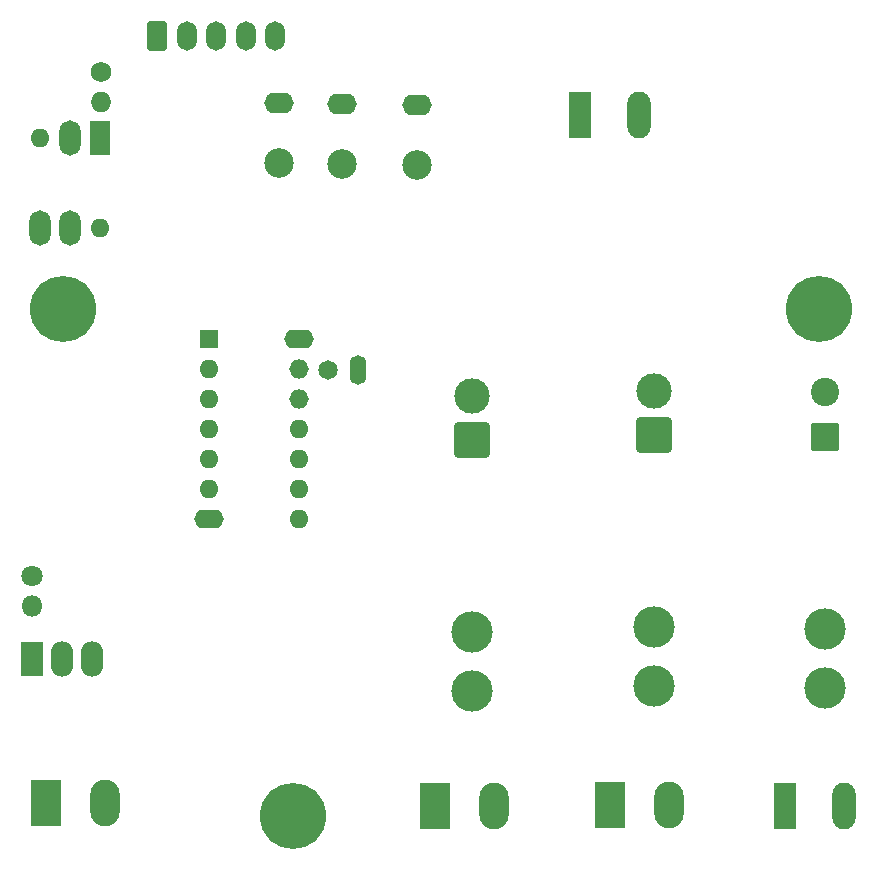
<source format=gbr>
%TF.GenerationSoftware,KiCad,Pcbnew,6.0.11+dfsg-1*%
%TF.CreationDate,2023-03-16T14:48:17-05:00*%
%TF.ProjectId,power_control,706f7765-725f-4636-9f6e-74726f6c2e6b,rev?*%
%TF.SameCoordinates,Original*%
%TF.FileFunction,Soldermask,Bot*%
%TF.FilePolarity,Negative*%
%FSLAX46Y46*%
G04 Gerber Fmt 4.6, Leading zero omitted, Abs format (unit mm)*
G04 Created by KiCad (PCBNEW 6.0.11+dfsg-1) date 2023-03-16 14:48:17*
%MOMM*%
%LPD*%
G01*
G04 APERTURE LIST*
G04 Aperture macros list*
%AMRoundRect*
0 Rectangle with rounded corners*
0 $1 Rounding radius*
0 $2 $3 $4 $5 $6 $7 $8 $9 X,Y pos of 4 corners*
0 Add a 4 corners polygon primitive as box body*
4,1,4,$2,$3,$4,$5,$6,$7,$8,$9,$2,$3,0*
0 Add four circle primitives for the rounded corners*
1,1,$1+$1,$2,$3*
1,1,$1+$1,$4,$5*
1,1,$1+$1,$6,$7*
1,1,$1+$1,$8,$9*
0 Add four rect primitives between the rounded corners*
20,1,$1+$1,$2,$3,$4,$5,0*
20,1,$1+$1,$4,$5,$6,$7,0*
20,1,$1+$1,$6,$7,$8,$9,0*
20,1,$1+$1,$8,$9,$2,$3,0*%
G04 Aperture macros list end*
%ADD10O,1.700000X2.500000*%
%ADD11RoundRect,0.250000X-0.600000X-1.000000X0.600000X-1.000000X0.600000X1.000000X-0.600000X1.000000X0*%
%ADD12R,2.500000X3.960000*%
%ADD13O,2.500000X3.960000*%
%ADD14R,1.980000X3.960000*%
%ADD15O,1.980000X3.960000*%
%ADD16C,2.500000*%
%ADD17O,2.500000X1.750000*%
%ADD18C,5.600000*%
%ADD19R,1.800000X3.000000*%
%ADD20O,1.800000X3.000000*%
%ADD21O,1.600000X1.600000*%
%ADD22C,3.500000*%
%ADD23RoundRect,0.312000X-1.188000X1.188000X-1.188000X-1.188000X1.188000X-1.188000X1.188000X1.188000X0*%
%ADD24C,3.000000*%
%ADD25O,2.500000X1.600000*%
%ADD26O,1.650000X1.650000*%
%ADD27R,1.600000X1.600000*%
%ADD28O,1.400000X2.500000*%
%ADD29C,1.650000*%
%ADD30R,1.905000X3.000000*%
%ADD31O,1.905000X3.000000*%
%ADD32RoundRect,0.249600X-0.950400X0.950400X-0.950400X-0.950400X0.950400X-0.950400X0.950400X0.950400X0*%
%ADD33C,2.400000*%
%ADD34C,1.800000*%
%ADD35O,1.800000X1.800000*%
%ADD36C,1.750000*%
%ADD37O,1.750000X1.750000*%
G04 APERTURE END LIST*
D10*
%TO.C,J1*%
X151050000Y-43261000D03*
X148550000Y-43261000D03*
X146050000Y-43261000D03*
X143550000Y-43261000D03*
D11*
X141050000Y-43261000D03*
%TD*%
D12*
%TO.C,J_wpump1*%
X179411500Y-108439000D03*
D13*
X184411500Y-108439000D03*
%TD*%
D14*
%TO.C,J_fan1*%
X194183000Y-108458000D03*
D15*
X199183000Y-108458000D03*
%TD*%
D16*
%TO.C,R2*%
X156718000Y-54102000D03*
D17*
X156718000Y-49022000D03*
%TD*%
D18*
%TO.C,H2*%
X197104000Y-66421000D03*
%TD*%
D19*
%TO.C,U3*%
X136196000Y-51959000D03*
D20*
X133656000Y-51959000D03*
D21*
X131116000Y-51959000D03*
D20*
X131116000Y-59579000D03*
X133656000Y-59579000D03*
D21*
X136196000Y-59579000D03*
%TD*%
D22*
%TO.C,U_wpump1*%
X183134000Y-93339000D03*
X183134000Y-98339000D03*
D23*
X183134000Y-77089000D03*
D24*
X183134000Y-73339000D03*
%TD*%
D25*
%TO.C,U1*%
X153020000Y-68975000D03*
D26*
X153020000Y-71515000D03*
X153020000Y-74055000D03*
D21*
X153020000Y-76595000D03*
X153020000Y-79135000D03*
X153020000Y-81675000D03*
X153020000Y-84215000D03*
D25*
X145400000Y-84215000D03*
D21*
X145400000Y-81675000D03*
X145400000Y-79135000D03*
X145400000Y-76595000D03*
X145400000Y-74055000D03*
X145400000Y-71515000D03*
D27*
X145400000Y-68975000D03*
%TD*%
D12*
%TO.C,OUT2*%
X131635000Y-108200000D03*
D13*
X136635000Y-108200000D03*
%TD*%
D28*
%TO.C,R6*%
X158030000Y-71600000D03*
D29*
X155490000Y-71600000D03*
%TD*%
D30*
%TO.C,Q2*%
X130460000Y-96000000D03*
D31*
X133000000Y-96000000D03*
X135540000Y-96000000D03*
%TD*%
D17*
%TO.C,R1*%
X151384000Y-48972000D03*
D16*
X151384000Y-54052000D03*
%TD*%
D18*
%TO.C,H1*%
X152527000Y-109347000D03*
%TD*%
D22*
%TO.C,U_fan1*%
X197583000Y-93466000D03*
X197583000Y-98466000D03*
D32*
X197583000Y-77216000D03*
D33*
X197583000Y-73466000D03*
%TD*%
D18*
%TO.C,H3*%
X133096000Y-66421000D03*
%TD*%
D16*
%TO.C,R9*%
X163068000Y-54179000D03*
D17*
X163068000Y-49099000D03*
%TD*%
D14*
%TO.C,5V1*%
X176835000Y-50000000D03*
D15*
X181835000Y-50000000D03*
%TD*%
D12*
%TO.C,J_oxygen1*%
X164545000Y-108458000D03*
D13*
X169545000Y-108458000D03*
%TD*%
D34*
%TO.C,R8*%
X130400000Y-89035000D03*
D35*
X130400000Y-91575000D03*
%TD*%
D22*
%TO.C,U_oxygen1*%
X167667500Y-93758000D03*
X167667500Y-98758000D03*
D23*
X167667500Y-77508000D03*
D24*
X167667500Y-73758000D03*
%TD*%
D36*
%TO.C,R4*%
X136271000Y-46359000D03*
D37*
X136271000Y-48899000D03*
%TD*%
M02*

</source>
